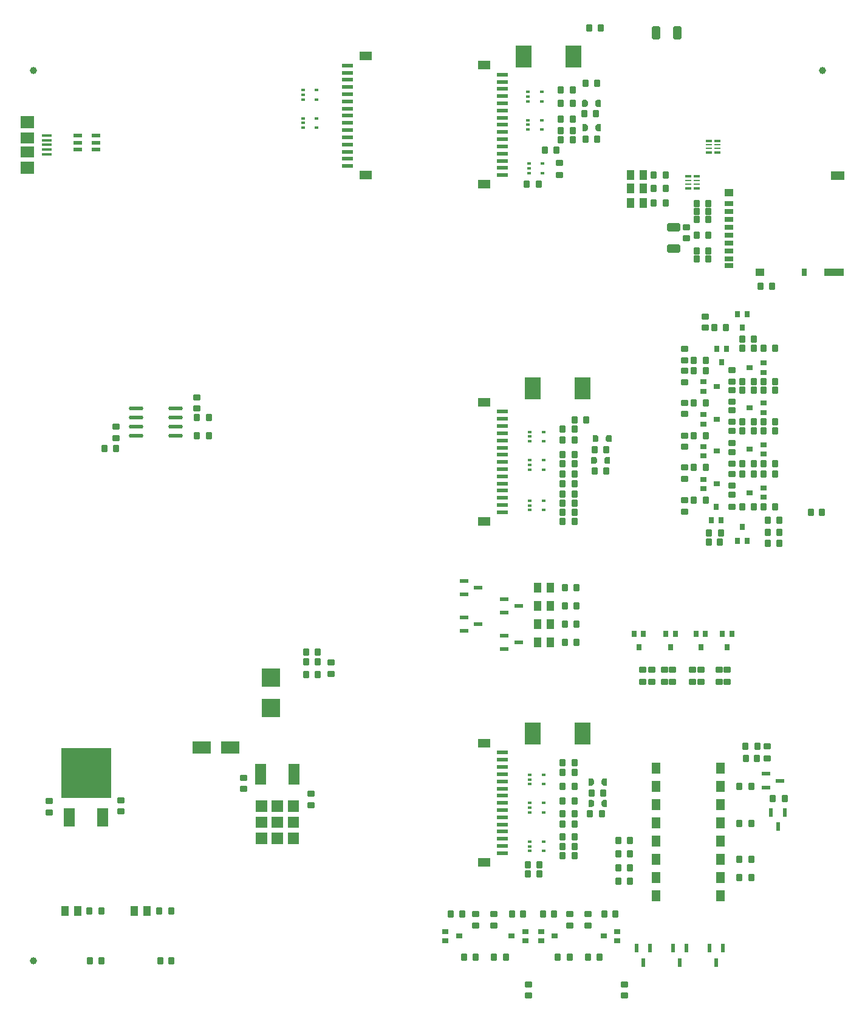
<source format=gtp>
G04*
G04 #@! TF.GenerationSoftware,Altium Limited,Altium Designer,21.4.1 (30)*
G04*
G04 Layer_Color=8421504*
%FSLAX44Y44*%
%MOMM*%
G71*
G04*
G04 #@! TF.SameCoordinates,34008E12-B950-4015-972C-27682CB53F9E*
G04*
G04*
G04 #@! TF.FilePolarity,Positive*
G04*
G01*
G75*
%ADD25R,1.1000X1.4500*%
G04:AMPARAMS|DCode=26|XSize=0.8mm|YSize=0.95mm|CornerRadius=0.1mm|HoleSize=0mm|Usage=FLASHONLY|Rotation=0.000|XOffset=0mm|YOffset=0mm|HoleType=Round|Shape=RoundedRectangle|*
%AMROUNDEDRECTD26*
21,1,0.8000,0.7500,0,0,0.0*
21,1,0.6000,0.9500,0,0,0.0*
1,1,0.2000,0.3000,-0.3750*
1,1,0.2000,-0.3000,-0.3750*
1,1,0.2000,-0.3000,0.3750*
1,1,0.2000,0.3000,0.3750*
%
%ADD26ROUNDEDRECTD26*%
G04:AMPARAMS|DCode=27|XSize=0.9mm|YSize=0.95mm|CornerRadius=0.1125mm|HoleSize=0mm|Usage=FLASHONLY|Rotation=90.000|XOffset=0mm|YOffset=0mm|HoleType=Round|Shape=RoundedRectangle|*
%AMROUNDEDRECTD27*
21,1,0.9000,0.7250,0,0,90.0*
21,1,0.6750,0.9500,0,0,90.0*
1,1,0.2250,0.3625,0.3375*
1,1,0.2250,0.3625,-0.3375*
1,1,0.2250,-0.3625,-0.3375*
1,1,0.2250,-0.3625,0.3375*
%
%ADD27ROUNDEDRECTD27*%
%ADD28R,1.6000X3.0000*%
%ADD29R,7.0000X7.0000*%
%ADD30R,1.5000X2.5000*%
G04:AMPARAMS|DCode=31|XSize=0.9mm|YSize=0.95mm|CornerRadius=0.1125mm|HoleSize=0mm|Usage=FLASHONLY|Rotation=0.000|XOffset=0mm|YOffset=0mm|HoleType=Round|Shape=RoundedRectangle|*
%AMROUNDEDRECTD31*
21,1,0.9000,0.7250,0,0,0.0*
21,1,0.6750,0.9500,0,0,0.0*
1,1,0.2250,0.3375,-0.3625*
1,1,0.2250,-0.3375,-0.3625*
1,1,0.2250,-0.3375,0.3625*
1,1,0.2250,0.3375,0.3625*
%
%ADD31ROUNDEDRECTD31*%
G04:AMPARAMS|DCode=32|XSize=1.15mm|YSize=1.8mm|CornerRadius=0.1265mm|HoleSize=0mm|Usage=FLASHONLY|Rotation=180.000|XOffset=0mm|YOffset=0mm|HoleType=Round|Shape=RoundedRectangle|*
%AMROUNDEDRECTD32*
21,1,1.1500,1.5470,0,0,180.0*
21,1,0.8970,1.8000,0,0,180.0*
1,1,0.2530,-0.4485,0.7735*
1,1,0.2530,0.4485,0.7735*
1,1,0.2530,0.4485,-0.7735*
1,1,0.2530,-0.4485,-0.7735*
%
%ADD32ROUNDEDRECTD32*%
G04:AMPARAMS|DCode=33|XSize=1.15mm|YSize=1.8mm|CornerRadius=0.1265mm|HoleSize=0mm|Usage=FLASHONLY|Rotation=90.000|XOffset=0mm|YOffset=0mm|HoleType=Round|Shape=RoundedRectangle|*
%AMROUNDEDRECTD33*
21,1,1.1500,1.5470,0,0,90.0*
21,1,0.8970,1.8000,0,0,90.0*
1,1,0.2530,0.7735,0.4485*
1,1,0.2530,0.7735,-0.4485*
1,1,0.2530,-0.7735,-0.4485*
1,1,0.2530,-0.7735,0.4485*
%
%ADD33ROUNDEDRECTD33*%
G04:AMPARAMS|DCode=34|XSize=0.8mm|YSize=0.95mm|CornerRadius=0.1mm|HoleSize=0mm|Usage=FLASHONLY|Rotation=270.000|XOffset=0mm|YOffset=0mm|HoleType=Round|Shape=RoundedRectangle|*
%AMROUNDEDRECTD34*
21,1,0.8000,0.7500,0,0,270.0*
21,1,0.6000,0.9500,0,0,270.0*
1,1,0.2000,-0.3750,-0.3000*
1,1,0.2000,-0.3750,0.3000*
1,1,0.2000,0.3750,0.3000*
1,1,0.2000,0.3750,-0.3000*
%
%ADD34ROUNDEDRECTD34*%
%ADD35R,0.5000X0.4000*%
%ADD36R,2.5000X1.7000*%
%ADD37R,2.2000X3.1500*%
%ADD38R,2.5000X2.5000*%
%ADD39R,1.2000X0.7000*%
%ADD40R,1.2000X1.0000*%
%ADD41R,0.8000X1.0000*%
%ADD42R,2.8000X1.0000*%
%ADD43R,1.9000X1.3000*%
%ADD44R,1.8000X1.2000*%
%ADD45R,1.5500X0.6000*%
%ADD46R,0.7000X0.9000*%
G04:AMPARAMS|DCode=47|XSize=0.875mm|YSize=0.95mm|CornerRadius=0.1094mm|HoleSize=0mm|Usage=FLASHONLY|Rotation=180.000|XOffset=0mm|YOffset=0mm|HoleType=Round|Shape=RoundedRectangle|*
%AMROUNDEDRECTD47*
21,1,0.8750,0.7313,0,0,180.0*
21,1,0.6563,0.9500,0,0,180.0*
1,1,0.2188,-0.3281,0.3656*
1,1,0.2188,0.3281,0.3656*
1,1,0.2188,0.3281,-0.3656*
1,1,0.2188,-0.3281,-0.3656*
%
%ADD47ROUNDEDRECTD47*%
G04:AMPARAMS|DCode=48|XSize=1.26mm|YSize=0.59mm|CornerRadius=0.0738mm|HoleSize=0mm|Usage=FLASHONLY|Rotation=0.000|XOffset=0mm|YOffset=0mm|HoleType=Round|Shape=RoundedRectangle|*
%AMROUNDEDRECTD48*
21,1,1.2600,0.4425,0,0,0.0*
21,1,1.1125,0.5900,0,0,0.0*
1,1,0.1475,0.5563,-0.2213*
1,1,0.1475,-0.5563,-0.2213*
1,1,0.1475,-0.5563,0.2213*
1,1,0.1475,0.5563,0.2213*
%
%ADD48ROUNDEDRECTD48*%
%ADD49O,2.0355X0.5740*%
%ADD50R,0.8700X0.4100*%
%ADD51R,0.8700X0.2600*%
%ADD52R,1.3500X0.4000*%
%ADD53R,1.9000X1.5000*%
%ADD54R,1.9000X1.8000*%
%ADD55C,1.0000*%
G04:AMPARAMS|DCode=56|XSize=1.26mm|YSize=0.59mm|CornerRadius=0.0738mm|HoleSize=0mm|Usage=FLASHONLY|Rotation=270.000|XOffset=0mm|YOffset=0mm|HoleType=Round|Shape=RoundedRectangle|*
%AMROUNDEDRECTD56*
21,1,1.2600,0.4425,0,0,270.0*
21,1,1.1125,0.5900,0,0,270.0*
1,1,0.1475,-0.2213,-0.5563*
1,1,0.1475,-0.2213,0.5563*
1,1,0.1475,0.2213,0.5563*
1,1,0.1475,0.2213,-0.5563*
%
%ADD56ROUNDEDRECTD56*%
%ADD57R,1.3000X1.5000*%
%ADD58R,0.9000X0.7000*%
G04:AMPARAMS|DCode=59|XSize=1.21mm|YSize=0.58mm|CornerRadius=0.0725mm|HoleSize=0mm|Usage=FLASHONLY|Rotation=0.000|XOffset=0mm|YOffset=0mm|HoleType=Round|Shape=RoundedRectangle|*
%AMROUNDEDRECTD59*
21,1,1.2100,0.4350,0,0,0.0*
21,1,1.0650,0.5800,0,0,0.0*
1,1,0.1450,0.5325,-0.2175*
1,1,0.1450,-0.5325,-0.2175*
1,1,0.1450,-0.5325,0.2175*
1,1,0.1450,0.5325,0.2175*
%
%ADD59ROUNDEDRECTD59*%
G36*
X820070Y1279242D02*
X820492Y1278820D01*
X820720Y1278268D01*
Y1277970D01*
Y1270970D01*
Y1270672D01*
X820492Y1270120D01*
X820070Y1269698D01*
X819518Y1269470D01*
X815924D01*
X814454Y1270079D01*
X813329Y1271204D01*
X812720Y1272674D01*
Y1273470D01*
Y1275470D01*
Y1276266D01*
X813329Y1277736D01*
X814454Y1278861D01*
X815924Y1279470D01*
X819518D01*
X820070Y1279242D01*
D02*
G37*
G36*
X800986Y1278861D02*
X802111Y1277736D01*
X802720Y1276266D01*
Y1275470D01*
Y1273470D01*
Y1272674D01*
X802111Y1271204D01*
X800986Y1270079D01*
X799516Y1269470D01*
X795922D01*
X795370Y1269698D01*
X794948Y1270120D01*
X794720Y1270672D01*
Y1270970D01*
Y1277970D01*
Y1278268D01*
X794948Y1278820D01*
X795370Y1279242D01*
X795922Y1279470D01*
X799516D01*
X800986Y1278861D01*
D02*
G37*
G36*
X820350Y1245522D02*
X820772Y1245100D01*
X821000Y1244548D01*
Y1244250D01*
Y1237250D01*
Y1236952D01*
X820772Y1236400D01*
X820350Y1235978D01*
X819798Y1235750D01*
X816204D01*
X814734Y1236359D01*
X813609Y1237484D01*
X813000Y1238954D01*
Y1239750D01*
Y1241750D01*
Y1242546D01*
X813609Y1244016D01*
X814734Y1245141D01*
X816204Y1245750D01*
X819798D01*
X820350Y1245522D01*
D02*
G37*
G36*
X801266Y1245141D02*
X802391Y1244016D01*
X803000Y1242546D01*
Y1241750D01*
Y1239750D01*
Y1238954D01*
X802391Y1237484D01*
X801266Y1236359D01*
X799796Y1235750D01*
X796202D01*
X795650Y1235978D01*
X795228Y1236400D01*
X795000Y1236952D01*
Y1237250D01*
Y1244250D01*
Y1244548D01*
X795228Y1245100D01*
X795650Y1245522D01*
X796202Y1245750D01*
X799796D01*
X801266Y1245141D01*
D02*
G37*
G36*
X835100Y812522D02*
X835522Y812100D01*
X835750Y811548D01*
Y811250D01*
Y804250D01*
Y803952D01*
X835522Y803400D01*
X835100Y802978D01*
X834548Y802750D01*
X830954D01*
X829484Y803359D01*
X828359Y804484D01*
X827750Y805954D01*
Y806750D01*
Y808750D01*
Y809546D01*
X828359Y811016D01*
X829484Y812141D01*
X830954Y812750D01*
X834548D01*
X835100Y812522D01*
D02*
G37*
G36*
X816016Y812141D02*
X817141Y811016D01*
X817750Y809546D01*
Y808750D01*
Y806750D01*
Y805954D01*
X817141Y804484D01*
X816016Y803359D01*
X814546Y802750D01*
X810952D01*
X810400Y802978D01*
X809978Y803400D01*
X809750Y803952D01*
Y804250D01*
Y811250D01*
Y811548D01*
X809978Y812100D01*
X810400Y812522D01*
X810952Y812750D01*
X814546D01*
X816016Y812141D01*
D02*
G37*
G36*
X832770Y781916D02*
X833192Y781494D01*
X833420Y780943D01*
Y780645D01*
Y773645D01*
Y773346D01*
X833192Y772795D01*
X832770Y772373D01*
X832218Y772145D01*
X828624D01*
X827154Y772754D01*
X826029Y773879D01*
X825420Y775349D01*
Y776145D01*
Y778145D01*
Y778940D01*
X826029Y780411D01*
X827154Y781536D01*
X828624Y782145D01*
X832218D01*
X832770Y781916D01*
D02*
G37*
G36*
X813686Y781536D02*
X814811Y780411D01*
X815420Y778940D01*
Y778145D01*
Y776145D01*
Y775349D01*
X814811Y773879D01*
X813686Y772754D01*
X812216Y772145D01*
X808622D01*
X808070Y772373D01*
X807648Y772795D01*
X807420Y773346D01*
Y773645D01*
Y780645D01*
Y780943D01*
X807648Y781494D01*
X808070Y781916D01*
X808622Y782145D01*
X812216D01*
X813686Y781536D01*
D02*
G37*
G36*
X828850Y334022D02*
X829272Y333600D01*
X829500Y333048D01*
Y332750D01*
Y325750D01*
Y325452D01*
X829272Y324900D01*
X828850Y324478D01*
X828298Y324250D01*
X824704D01*
X823234Y324859D01*
X822109Y325984D01*
X821500Y327454D01*
Y328250D01*
Y330250D01*
Y331046D01*
X822109Y332516D01*
X823234Y333641D01*
X824704Y334250D01*
X828298D01*
X828850Y334022D01*
D02*
G37*
G36*
X809766Y333641D02*
X810891Y332516D01*
X811500Y331046D01*
Y330250D01*
Y328250D01*
Y327454D01*
X810891Y325984D01*
X809766Y324859D01*
X808296Y324250D01*
X804702D01*
X804150Y324478D01*
X803728Y324900D01*
X803500Y325452D01*
Y325750D01*
Y332750D01*
Y333048D01*
X803728Y333600D01*
X804150Y334022D01*
X804702Y334250D01*
X808296D01*
X809766Y333641D01*
D02*
G37*
G36*
X828960Y303792D02*
X829382Y303370D01*
X829610Y302818D01*
Y302520D01*
Y295520D01*
Y295222D01*
X829382Y294670D01*
X828960Y294248D01*
X828408Y294020D01*
X824814D01*
X823344Y294629D01*
X822219Y295754D01*
X821610Y297224D01*
Y298020D01*
Y300020D01*
Y300816D01*
X822219Y302286D01*
X823344Y303411D01*
X824814Y304020D01*
X828408D01*
X828960Y303792D01*
D02*
G37*
G36*
X809876Y303411D02*
X811001Y302286D01*
X811610Y300816D01*
Y300020D01*
Y298020D01*
Y297224D01*
X811001Y295754D01*
X809876Y294629D01*
X808406Y294020D01*
X804812D01*
X804260Y294248D01*
X803838Y294670D01*
X803610Y295222D01*
Y295520D01*
Y302520D01*
Y302818D01*
X803838Y303370D01*
X804260Y303792D01*
X804812Y304020D01*
X808406D01*
X809876Y303411D01*
D02*
G37*
G36*
X400200Y287400D02*
X384400D01*
Y303200D01*
X400200D01*
Y287400D01*
D02*
G37*
G36*
X377900D02*
X362100D01*
Y303200D01*
X377900D01*
Y287400D01*
D02*
G37*
G36*
X355600D02*
X339800D01*
Y303200D01*
X355600D01*
Y287400D01*
D02*
G37*
G36*
X400200Y265100D02*
X384400D01*
Y280900D01*
X400200D01*
Y265100D01*
D02*
G37*
G36*
X377900D02*
X362100D01*
Y280900D01*
X377900D01*
Y265100D01*
D02*
G37*
G36*
X355600D02*
X339800D01*
Y280900D01*
X355600D01*
Y265100D01*
D02*
G37*
G36*
X400200Y242800D02*
X384400D01*
Y258600D01*
X400200D01*
Y242800D01*
D02*
G37*
G36*
X377900D02*
X362100D01*
Y258600D01*
X377900D01*
Y242800D01*
D02*
G37*
G36*
X355600D02*
X339800D01*
Y258600D01*
X355600D01*
Y242800D01*
D02*
G37*
D25*
X188500Y149750D02*
D03*
X170500D02*
D03*
X92000Y149500D02*
D03*
X74000D02*
D03*
X862220Y1174770D02*
D03*
X880220D02*
D03*
X732481Y599618D02*
D03*
X750481D02*
D03*
X732481Y574218D02*
D03*
X750481D02*
D03*
X732481Y548818D02*
D03*
X750481D02*
D03*
Y523418D02*
D03*
X732481D02*
D03*
X880220Y1135730D02*
D03*
X862220D02*
D03*
Y1155720D02*
D03*
X880220D02*
D03*
D26*
X222000Y149750D02*
D03*
X205500D02*
D03*
X124750Y149500D02*
D03*
X108250D02*
D03*
X799470Y1224960D02*
D03*
X815970D02*
D03*
X770582Y523418D02*
D03*
X787082D02*
D03*
X787080Y548818D02*
D03*
X770580D02*
D03*
Y574218D02*
D03*
X787080D02*
D03*
X770582Y599618D02*
D03*
X787082D02*
D03*
X274336Y836930D02*
D03*
X257836D02*
D03*
X911220Y1155720D02*
D03*
X894720D02*
D03*
X845190Y228759D02*
D03*
X861690D02*
D03*
X911220Y1135730D02*
D03*
X894720D02*
D03*
X1038996Y378769D02*
D03*
X1022496D02*
D03*
X1059810Y1019810D02*
D03*
X1043310D02*
D03*
X954410Y1057860D02*
D03*
X970910D02*
D03*
X894720Y1174770D02*
D03*
X911220D02*
D03*
X784217Y730250D02*
D03*
X767717D02*
D03*
X954412Y1068860D02*
D03*
X970912D02*
D03*
X671830Y85090D02*
D03*
X688330D02*
D03*
X646430D02*
D03*
X629930D02*
D03*
X802640D02*
D03*
X819140D02*
D03*
X777240D02*
D03*
X760740D02*
D03*
X861609Y190976D02*
D03*
X845109D02*
D03*
X845190Y209867D02*
D03*
X861690D02*
D03*
X1017910Y933450D02*
D03*
X1034410D02*
D03*
X995250Y961820D02*
D03*
X978750D02*
D03*
X1017910Y946150D02*
D03*
X1034410D02*
D03*
X1063820Y933450D02*
D03*
X1047320D02*
D03*
X950464Y916920D02*
D03*
X966964D02*
D03*
Y901700D02*
D03*
X950464D02*
D03*
Y857250D02*
D03*
X966964D02*
D03*
Y811530D02*
D03*
X950464D02*
D03*
Y767080D02*
D03*
X966964D02*
D03*
Y721360D02*
D03*
X950464D02*
D03*
X971550Y675640D02*
D03*
X988050D02*
D03*
X1034410Y886460D02*
D03*
X1017910D02*
D03*
Y875030D02*
D03*
X1034410D02*
D03*
Y830580D02*
D03*
X1017910D02*
D03*
Y817880D02*
D03*
X1034410D02*
D03*
Y772160D02*
D03*
X1017910D02*
D03*
Y758190D02*
D03*
X1034410D02*
D03*
X1034412Y712470D02*
D03*
X1017912D02*
D03*
X1063820Y886460D02*
D03*
X1047320D02*
D03*
Y712470D02*
D03*
X1063820D02*
D03*
Y758190D02*
D03*
X1047320D02*
D03*
Y772160D02*
D03*
X1063820D02*
D03*
Y817880D02*
D03*
X1047320D02*
D03*
Y830580D02*
D03*
X1063820D02*
D03*
Y875030D02*
D03*
X1047320D02*
D03*
X784217Y717530D02*
D03*
X767717D02*
D03*
X767715Y302830D02*
D03*
X784215D02*
D03*
X767713Y355600D02*
D03*
X784213D02*
D03*
X765180Y1293470D02*
D03*
X781680D02*
D03*
X742800Y1209040D02*
D03*
X759300D02*
D03*
X815970Y1302360D02*
D03*
X799470D02*
D03*
X781678Y1236370D02*
D03*
X765178D02*
D03*
X767715Y285100D02*
D03*
X784215D02*
D03*
X784217Y692150D02*
D03*
X767717D02*
D03*
X767715Y239330D02*
D03*
X784215D02*
D03*
Y342200D02*
D03*
X767715D02*
D03*
X718970Y213980D02*
D03*
X735470D02*
D03*
X767715Y744220D02*
D03*
X784215D02*
D03*
X767715Y323200D02*
D03*
X784215D02*
D03*
X784217Y805840D02*
D03*
X767717D02*
D03*
X781680Y1223670D02*
D03*
X765180D02*
D03*
X767720Y252730D02*
D03*
X784220D02*
D03*
X765178Y1252830D02*
D03*
X781678D02*
D03*
X767715Y758190D02*
D03*
X784215D02*
D03*
X734200Y1162344D02*
D03*
X717700D02*
D03*
X765180Y1274470D02*
D03*
X781680D02*
D03*
X784230Y833120D02*
D03*
X800730D02*
D03*
X784213Y270510D02*
D03*
X767713D02*
D03*
X954410Y1134860D02*
D03*
X970910D02*
D03*
Y1123860D02*
D03*
X954410D02*
D03*
Y1112860D02*
D03*
X970910D02*
D03*
Y1090860D02*
D03*
X954410D02*
D03*
X784217Y785450D02*
D03*
X767717D02*
D03*
X767718Y820420D02*
D03*
X784218D02*
D03*
X828670Y792404D02*
D03*
X812170D02*
D03*
X805820Y284480D02*
D03*
X822320D02*
D03*
X824500Y314000D02*
D03*
X808000D02*
D03*
X797784Y1259840D02*
D03*
X814284D02*
D03*
X828670Y762039D02*
D03*
X812170D02*
D03*
X784217Y772800D02*
D03*
X767717D02*
D03*
X274310Y811530D02*
D03*
X257810D02*
D03*
X1014100Y195580D02*
D03*
X1030600D02*
D03*
Y220980D02*
D03*
X1014100D02*
D03*
X861690Y247650D02*
D03*
X845190D02*
D03*
X1030600Y271576D02*
D03*
X1014100D02*
D03*
Y322580D02*
D03*
X1030600D02*
D03*
X767720Y226060D02*
D03*
X784220D02*
D03*
X784216Y704850D02*
D03*
X767716D02*
D03*
X718820Y200660D02*
D03*
X735320D02*
D03*
X1060710Y306070D02*
D03*
X1077210D02*
D03*
D27*
X417000Y312500D02*
D03*
Y297000D02*
D03*
X322500Y319750D02*
D03*
Y335250D02*
D03*
X152000Y288250D02*
D03*
Y303750D02*
D03*
X51750Y287000D02*
D03*
Y302500D02*
D03*
X257836Y865000D02*
D03*
Y849500D02*
D03*
X853440Y31750D02*
D03*
Y47250D02*
D03*
X720090D02*
D03*
Y31750D02*
D03*
X444553Y479800D02*
D03*
Y495300D02*
D03*
X966470Y977320D02*
D03*
Y961820D02*
D03*
X937260Y916920D02*
D03*
Y932420D02*
D03*
Y886200D02*
D03*
Y901700D02*
D03*
Y857250D02*
D03*
Y841750D02*
D03*
Y796030D02*
D03*
Y811530D02*
D03*
Y767080D02*
D03*
Y751580D02*
D03*
Y705860D02*
D03*
Y721360D02*
D03*
X939800Y1101860D02*
D03*
Y1086360D02*
D03*
D28*
X393000Y339500D02*
D03*
X347000D02*
D03*
D29*
X103250Y342000D02*
D03*
D30*
X126250Y279500D02*
D03*
X80250D02*
D03*
D31*
X222250Y80010D02*
D03*
X206750D02*
D03*
X108960D02*
D03*
X124460D02*
D03*
X755650Y145410D02*
D03*
X740150D02*
D03*
X841000D02*
D03*
X825500D02*
D03*
X697230D02*
D03*
X712730D02*
D03*
X611880D02*
D03*
X627380D02*
D03*
X1129290Y704850D02*
D03*
X1113790D02*
D03*
X971550Y662940D02*
D03*
X987050D02*
D03*
X1022995Y362269D02*
D03*
X1038495D02*
D03*
X144806Y793750D02*
D03*
X129306D02*
D03*
D32*
X897890Y1372870D02*
D03*
X927390D02*
D03*
D33*
X922020Y1072360D02*
D03*
Y1101860D02*
D03*
D34*
X144806Y824230D02*
D03*
Y807730D02*
D03*
X1052465Y362269D02*
D03*
Y378769D02*
D03*
X777240Y128910D02*
D03*
Y145410D02*
D03*
X802640D02*
D03*
Y128910D02*
D03*
X671830D02*
D03*
Y145410D02*
D03*
X646430D02*
D03*
Y128910D02*
D03*
X996950Y468630D02*
D03*
Y485130D02*
D03*
X985520D02*
D03*
Y468630D02*
D03*
X960120D02*
D03*
Y485130D02*
D03*
X948690D02*
D03*
Y468630D02*
D03*
X909320D02*
D03*
Y485130D02*
D03*
X920750D02*
D03*
Y468630D02*
D03*
X878840D02*
D03*
Y485130D02*
D03*
X891540D02*
D03*
Y468630D02*
D03*
X1003300Y712470D02*
D03*
Y728970D02*
D03*
Y741690D02*
D03*
Y758190D02*
D03*
Y772160D02*
D03*
Y788660D02*
D03*
Y801380D02*
D03*
Y817880D02*
D03*
Y830580D02*
D03*
Y847080D02*
D03*
Y858530D02*
D03*
Y875030D02*
D03*
Y886460D02*
D03*
Y902960D02*
D03*
X763270Y1191260D02*
D03*
Y1174760D02*
D03*
D35*
X722020Y239499D02*
D03*
Y245999D02*
D03*
Y232999D02*
D03*
X741020D02*
D03*
Y245999D02*
D03*
X739750Y1190613D02*
D03*
Y1177613D02*
D03*
X720750D02*
D03*
Y1190613D02*
D03*
Y1184113D02*
D03*
X405790Y1247140D02*
D03*
Y1253640D02*
D03*
Y1240640D02*
D03*
X424790D02*
D03*
Y1253640D02*
D03*
X738480Y1251100D02*
D03*
Y1238100D02*
D03*
X719480D02*
D03*
Y1251100D02*
D03*
Y1244600D02*
D03*
X719330Y1283970D02*
D03*
Y1290470D02*
D03*
Y1277470D02*
D03*
X738330D02*
D03*
Y1290470D02*
D03*
X740870Y339200D02*
D03*
Y326200D02*
D03*
X721870D02*
D03*
Y339200D02*
D03*
Y332700D02*
D03*
X722020Y810260D02*
D03*
Y816760D02*
D03*
Y803760D02*
D03*
X741020D02*
D03*
Y816760D02*
D03*
X424790Y1293010D02*
D03*
Y1280010D02*
D03*
X405790D02*
D03*
Y1293010D02*
D03*
Y1286510D02*
D03*
X722020Y714499D02*
D03*
Y720999D02*
D03*
Y707999D02*
D03*
X741020D02*
D03*
Y720999D02*
D03*
Y299830D02*
D03*
Y286830D02*
D03*
X722020D02*
D03*
Y299830D02*
D03*
Y293330D02*
D03*
Y770870D02*
D03*
Y777370D02*
D03*
Y764370D02*
D03*
X741020D02*
D03*
Y777370D02*
D03*
D36*
X264480Y377190D02*
D03*
X304480D02*
D03*
D37*
X713030Y1339850D02*
D03*
X783030D02*
D03*
X725730Y877570D02*
D03*
X795730D02*
D03*
X725730Y396240D02*
D03*
X795730D02*
D03*
D38*
X360680Y474890D02*
D03*
Y431890D02*
D03*
D39*
X999670Y1134860D02*
D03*
Y1123860D02*
D03*
Y1112860D02*
D03*
Y1101860D02*
D03*
Y1090860D02*
D03*
Y1079860D02*
D03*
Y1068860D02*
D03*
Y1057860D02*
D03*
Y1048360D02*
D03*
D40*
Y1150360D02*
D03*
X1042670Y1038860D02*
D03*
D41*
X1104670D02*
D03*
D42*
X1146170D02*
D03*
D43*
X1150670Y1173860D02*
D03*
D44*
X658030Y382999D02*
D03*
Y216999D02*
D03*
X492779Y1174313D02*
D03*
Y1340313D02*
D03*
X658030Y691999D02*
D03*
Y857999D02*
D03*
Y1161613D02*
D03*
Y1327613D02*
D03*
D45*
X683280Y369999D02*
D03*
Y359999D02*
D03*
Y349999D02*
D03*
Y339999D02*
D03*
Y329999D02*
D03*
Y319999D02*
D03*
Y309999D02*
D03*
Y299999D02*
D03*
Y289999D02*
D03*
Y279999D02*
D03*
Y269999D02*
D03*
Y259999D02*
D03*
Y249999D02*
D03*
Y239999D02*
D03*
Y229999D02*
D03*
X467529Y1247313D02*
D03*
Y1257313D02*
D03*
Y1187313D02*
D03*
Y1197313D02*
D03*
Y1207313D02*
D03*
Y1217313D02*
D03*
Y1227313D02*
D03*
Y1237313D02*
D03*
Y1267313D02*
D03*
Y1277313D02*
D03*
Y1287313D02*
D03*
Y1297313D02*
D03*
Y1307313D02*
D03*
Y1317313D02*
D03*
Y1327313D02*
D03*
X683280Y704999D02*
D03*
Y714999D02*
D03*
Y724999D02*
D03*
Y734999D02*
D03*
Y744999D02*
D03*
Y754999D02*
D03*
Y764999D02*
D03*
Y774999D02*
D03*
Y784999D02*
D03*
Y794999D02*
D03*
Y804999D02*
D03*
Y814999D02*
D03*
Y824999D02*
D03*
Y834999D02*
D03*
Y844999D02*
D03*
Y1174613D02*
D03*
Y1184613D02*
D03*
Y1194613D02*
D03*
Y1204613D02*
D03*
Y1214613D02*
D03*
Y1224613D02*
D03*
Y1234613D02*
D03*
Y1244613D02*
D03*
Y1254613D02*
D03*
Y1264613D02*
D03*
Y1274613D02*
D03*
Y1284613D02*
D03*
Y1294613D02*
D03*
Y1304613D02*
D03*
Y1314613D02*
D03*
D46*
X873760Y516480D02*
D03*
X867260Y535480D02*
D03*
X880260D02*
D03*
X1017912Y684100D02*
D03*
X1024412Y665100D02*
D03*
X1011412D02*
D03*
X918210Y516480D02*
D03*
X911710Y535480D02*
D03*
X924710D02*
D03*
X960120Y516480D02*
D03*
X953620Y535480D02*
D03*
X966620D02*
D03*
X996950Y516480D02*
D03*
X990450Y535480D02*
D03*
X1003450D02*
D03*
X981710Y712470D02*
D03*
X988210Y693470D02*
D03*
X975210D02*
D03*
X989330Y913560D02*
D03*
X982830Y932560D02*
D03*
X995830D02*
D03*
X1017910Y961820D02*
D03*
X1011410Y980820D02*
D03*
X1024410D02*
D03*
D47*
X820420Y1379220D02*
D03*
X804670D02*
D03*
X1069592Y693420D02*
D03*
X1053841D02*
D03*
X1069592Y676672D02*
D03*
X1053841D02*
D03*
X1069592Y661553D02*
D03*
X1053841D02*
D03*
X410191Y510314D02*
D03*
X425941D02*
D03*
X410191Y496570D02*
D03*
X425941D02*
D03*
X410191Y479073D02*
D03*
X425941D02*
D03*
D48*
X1070250Y330990D02*
D03*
X1050650Y321490D02*
D03*
Y340490D02*
D03*
X686520Y583718D02*
D03*
Y564718D02*
D03*
X706120Y574218D02*
D03*
X686520Y532918D02*
D03*
Y513918D02*
D03*
X706120Y523418D02*
D03*
X649520Y548818D02*
D03*
X629920Y539318D02*
D03*
Y558318D02*
D03*
X649520Y599618D02*
D03*
X629920Y590118D02*
D03*
Y609118D02*
D03*
D49*
X173008Y849630D02*
D03*
Y836930D02*
D03*
Y824230D02*
D03*
Y811530D02*
D03*
X228363Y849630D02*
D03*
Y836930D02*
D03*
Y824230D02*
D03*
Y811530D02*
D03*
D50*
X971550Y1205910D02*
D03*
X983150D02*
D03*
X971550Y1222410D02*
D03*
X983150D02*
D03*
X954490Y1172840D02*
D03*
Y1156340D02*
D03*
X942890Y1172840D02*
D03*
Y1156340D02*
D03*
D51*
X971550Y1211660D02*
D03*
Y1216660D02*
D03*
X983150Y1211660D02*
D03*
Y1216660D02*
D03*
X954490Y1167090D02*
D03*
Y1162090D02*
D03*
X942890D02*
D03*
Y1167090D02*
D03*
D52*
X48340Y1229660D02*
D03*
Y1223160D02*
D03*
Y1216660D02*
D03*
Y1210160D02*
D03*
Y1203660D02*
D03*
D53*
X21590Y1226660D02*
D03*
Y1206660D02*
D03*
D54*
Y1248660D02*
D03*
Y1184660D02*
D03*
D55*
X1130000Y1320000D02*
D03*
X30000D02*
D03*
Y80000D02*
D03*
D56*
X880110Y77830D02*
D03*
X870610Y97430D02*
D03*
X889610D02*
D03*
X1077210Y286300D02*
D03*
X1058210D02*
D03*
X1067710Y266700D02*
D03*
X991210Y97430D02*
D03*
X972210D02*
D03*
X981710Y77830D02*
D03*
X940410Y97430D02*
D03*
X921410D02*
D03*
X930910Y77830D02*
D03*
D57*
X897806Y195580D02*
D03*
Y246380D02*
D03*
Y271780D02*
D03*
Y297180D02*
D03*
Y322580D02*
D03*
Y347980D02*
D03*
X987806D02*
D03*
Y322580D02*
D03*
Y297180D02*
D03*
Y271780D02*
D03*
Y246380D02*
D03*
Y220980D02*
D03*
Y195580D02*
D03*
Y170180D02*
D03*
X897806D02*
D03*
Y220980D02*
D03*
D58*
X1028320Y732330D02*
D03*
X1047320Y738830D02*
D03*
Y725830D02*
D03*
X1028320Y792680D02*
D03*
X1047320Y799180D02*
D03*
Y786180D02*
D03*
X1028320Y850440D02*
D03*
X1047320Y856940D02*
D03*
Y843940D02*
D03*
X1028320Y906320D02*
D03*
X1047320Y912820D02*
D03*
Y899820D02*
D03*
X982550Y744220D02*
D03*
X963550Y737720D02*
D03*
Y750720D02*
D03*
X982550Y789940D02*
D03*
X963550Y783440D02*
D03*
Y796440D02*
D03*
X982550Y834390D02*
D03*
X963550Y827890D02*
D03*
Y840890D02*
D03*
X982550Y880110D02*
D03*
X963550Y873610D02*
D03*
Y886610D02*
D03*
X623140Y114290D02*
D03*
X604140Y107790D02*
D03*
Y120790D02*
D03*
X696390Y114290D02*
D03*
X715390Y120790D02*
D03*
Y107790D02*
D03*
X824660Y114290D02*
D03*
X843660Y120790D02*
D03*
Y107790D02*
D03*
X756490Y114290D02*
D03*
X737490Y107790D02*
D03*
Y120790D02*
D03*
D59*
X92000Y1229410D02*
D03*
Y1219910D02*
D03*
Y1210410D02*
D03*
X117100Y1229410D02*
D03*
Y1219910D02*
D03*
Y1210410D02*
D03*
M02*

</source>
